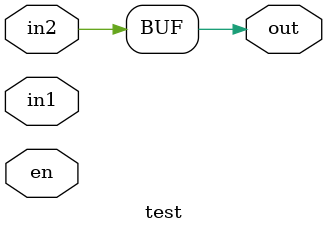
<source format=v>
module test(input in1, in2, en, output reg out);
reg tmp;
always @(in1 or in2 or en) begin
    if(en) out = in1;
	out = in2;
end	
endmodule	

</source>
